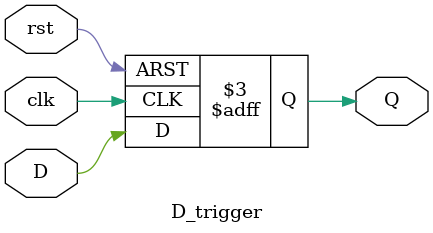
<source format=v>
`timescale 1ns / 1ps


module D_trigger(
    output reg Q,
    input clk,
    input rst,
    input D
    );
    always @(posedge clk or negedge rst)
        begin
           if(rst==0)
              Q=0;
           else
                Q=D;
        end
endmodule

</source>
